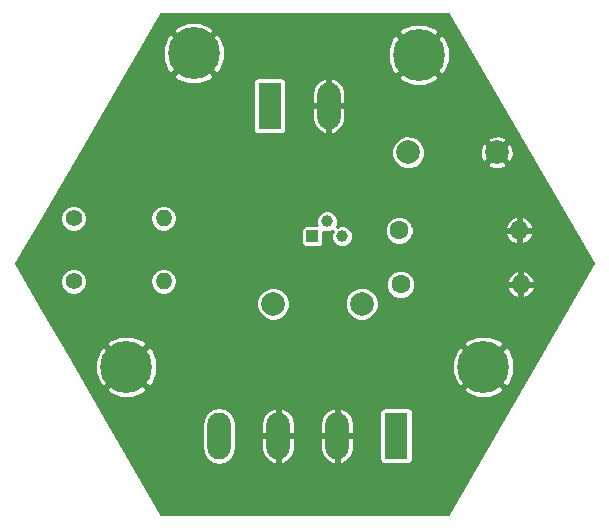
<source format=gbl>
G04 #@! TF.FileFunction,Copper,L2,Bot,Signal*
%FSLAX46Y46*%
G04 Gerber Fmt 4.6, Leading zero omitted, Abs format (unit mm)*
G04 Created by KiCad (PCBNEW 4.0.7) date 05/02/18 12:51:34*
%MOMM*%
%LPD*%
G01*
G04 APERTURE LIST*
%ADD10C,0.100000*%
%ADD11R,1.980000X3.960000*%
%ADD12O,1.980000X3.960000*%
%ADD13C,1.000000*%
%ADD14R,1.000000X1.000000*%
%ADD15C,1.400000*%
%ADD16O,1.400000X1.400000*%
%ADD17C,1.600000*%
%ADD18O,1.600000X1.600000*%
%ADD19C,4.400000*%
%ADD20C,2.000000*%
%ADD21C,0.254000*%
G04 APERTURE END LIST*
D10*
D11*
X113665000Y-154305000D03*
D12*
X108665000Y-154305000D03*
X98665000Y-154305000D03*
X103665000Y-154305000D03*
D13*
X107823000Y-136144000D03*
X109093000Y-137414000D03*
D14*
X106553000Y-137414000D03*
D15*
X86360000Y-141224000D03*
D16*
X93980000Y-141224000D03*
D17*
X114046000Y-141478000D03*
D18*
X124206000Y-141478000D03*
D15*
X86360000Y-135890000D03*
D16*
X93980000Y-135890000D03*
D17*
X113919000Y-136906000D03*
D18*
X124079000Y-136906000D03*
D11*
X102950000Y-126365000D03*
D12*
X107950000Y-126365000D03*
D19*
X121031000Y-148463000D03*
X90805000Y-148463000D03*
X115570000Y-122047000D03*
D20*
X103244000Y-143129000D03*
X110744000Y-143129000D03*
X122181000Y-130302000D03*
X114681000Y-130302000D03*
D19*
X96520000Y-121920000D03*
D21*
G36*
X130356511Y-139700739D02*
X118074571Y-160915000D01*
X93761429Y-160915000D01*
X89334129Y-153267844D01*
X97248000Y-153267844D01*
X97248000Y-155342156D01*
X97355863Y-155884418D01*
X97663030Y-156344126D01*
X98122738Y-156651293D01*
X98665000Y-156759156D01*
X99207262Y-156651293D01*
X99666970Y-156344126D01*
X99974137Y-155884418D01*
X100082000Y-155342156D01*
X100082000Y-154432000D01*
X102248000Y-154432000D01*
X102248000Y-155422000D01*
X102404463Y-155954595D01*
X102752832Y-156386773D01*
X103240070Y-156652738D01*
X103318788Y-156669054D01*
X103538000Y-156599081D01*
X103538000Y-154432000D01*
X103792000Y-154432000D01*
X103792000Y-156599081D01*
X104011212Y-156669054D01*
X104089930Y-156652738D01*
X104577168Y-156386773D01*
X104925537Y-155954595D01*
X105082000Y-155422000D01*
X105082000Y-154432000D01*
X107248000Y-154432000D01*
X107248000Y-155422000D01*
X107404463Y-155954595D01*
X107752832Y-156386773D01*
X108240070Y-156652738D01*
X108318788Y-156669054D01*
X108538000Y-156599081D01*
X108538000Y-154432000D01*
X108792000Y-154432000D01*
X108792000Y-156599081D01*
X109011212Y-156669054D01*
X109089930Y-156652738D01*
X109577168Y-156386773D01*
X109925537Y-155954595D01*
X110082000Y-155422000D01*
X110082000Y-154432000D01*
X108792000Y-154432000D01*
X108538000Y-154432000D01*
X107248000Y-154432000D01*
X105082000Y-154432000D01*
X103792000Y-154432000D01*
X103538000Y-154432000D01*
X102248000Y-154432000D01*
X100082000Y-154432000D01*
X100082000Y-153267844D01*
X100066118Y-153188000D01*
X102248000Y-153188000D01*
X102248000Y-154178000D01*
X103538000Y-154178000D01*
X103538000Y-152010919D01*
X103792000Y-152010919D01*
X103792000Y-154178000D01*
X105082000Y-154178000D01*
X105082000Y-153188000D01*
X107248000Y-153188000D01*
X107248000Y-154178000D01*
X108538000Y-154178000D01*
X108538000Y-152010919D01*
X108792000Y-152010919D01*
X108792000Y-154178000D01*
X110082000Y-154178000D01*
X110082000Y-153188000D01*
X109925537Y-152655405D01*
X109659205Y-152325000D01*
X112239635Y-152325000D01*
X112239635Y-156285000D01*
X112269409Y-156443237D01*
X112362927Y-156588567D01*
X112505619Y-156686064D01*
X112675000Y-156720365D01*
X114655000Y-156720365D01*
X114813237Y-156690591D01*
X114958567Y-156597073D01*
X115056064Y-156454381D01*
X115090365Y-156285000D01*
X115090365Y-152325000D01*
X115060591Y-152166763D01*
X114967073Y-152021433D01*
X114824381Y-151923936D01*
X114655000Y-151889635D01*
X112675000Y-151889635D01*
X112516763Y-151919409D01*
X112371433Y-152012927D01*
X112273936Y-152155619D01*
X112239635Y-152325000D01*
X109659205Y-152325000D01*
X109577168Y-152223227D01*
X109089930Y-151957262D01*
X109011212Y-151940946D01*
X108792000Y-152010919D01*
X108538000Y-152010919D01*
X108318788Y-151940946D01*
X108240070Y-151957262D01*
X107752832Y-152223227D01*
X107404463Y-152655405D01*
X107248000Y-153188000D01*
X105082000Y-153188000D01*
X104925537Y-152655405D01*
X104577168Y-152223227D01*
X104089930Y-151957262D01*
X104011212Y-151940946D01*
X103792000Y-152010919D01*
X103538000Y-152010919D01*
X103318788Y-151940946D01*
X103240070Y-151957262D01*
X102752832Y-152223227D01*
X102404463Y-152655405D01*
X102248000Y-153188000D01*
X100066118Y-153188000D01*
X99974137Y-152725582D01*
X99666970Y-152265874D01*
X99207262Y-151958707D01*
X98665000Y-151850844D01*
X98122738Y-151958707D01*
X97663030Y-152265874D01*
X97355863Y-152725582D01*
X97248000Y-153267844D01*
X89334129Y-153267844D01*
X87655886Y-150369061D01*
X89078544Y-150369061D01*
X89335153Y-150702136D01*
X90303918Y-151094178D01*
X91348969Y-151085646D01*
X92274847Y-150702136D01*
X92531456Y-150369061D01*
X119304544Y-150369061D01*
X119561153Y-150702136D01*
X120529918Y-151094178D01*
X121574969Y-151085646D01*
X122500847Y-150702136D01*
X122757456Y-150369061D01*
X121031000Y-148642605D01*
X119304544Y-150369061D01*
X92531456Y-150369061D01*
X90805000Y-148642605D01*
X89078544Y-150369061D01*
X87655886Y-150369061D01*
X86262277Y-147961918D01*
X88173822Y-147961918D01*
X88182354Y-149006969D01*
X88565864Y-149932847D01*
X88898939Y-150189456D01*
X90625395Y-148463000D01*
X90984605Y-148463000D01*
X92711061Y-150189456D01*
X93044136Y-149932847D01*
X93436178Y-148964082D01*
X93427997Y-147961918D01*
X118399822Y-147961918D01*
X118408354Y-149006969D01*
X118791864Y-149932847D01*
X119124939Y-150189456D01*
X120851395Y-148463000D01*
X121210605Y-148463000D01*
X122937061Y-150189456D01*
X123270136Y-149932847D01*
X123662178Y-148964082D01*
X123653646Y-147919031D01*
X123270136Y-146993153D01*
X122937061Y-146736544D01*
X121210605Y-148463000D01*
X120851395Y-148463000D01*
X119124939Y-146736544D01*
X118791864Y-146993153D01*
X118399822Y-147961918D01*
X93427997Y-147961918D01*
X93427646Y-147919031D01*
X93044136Y-146993153D01*
X92711061Y-146736544D01*
X90984605Y-148463000D01*
X90625395Y-148463000D01*
X88898939Y-146736544D01*
X88565864Y-146993153D01*
X88173822Y-147961918D01*
X86262277Y-147961918D01*
X85448869Y-146556939D01*
X89078544Y-146556939D01*
X90805000Y-148283395D01*
X92531456Y-146556939D01*
X119304544Y-146556939D01*
X121031000Y-148283395D01*
X122757456Y-146556939D01*
X122500847Y-146223864D01*
X121532082Y-145831822D01*
X120487031Y-145840354D01*
X119561153Y-146223864D01*
X119304544Y-146556939D01*
X92531456Y-146556939D01*
X92274847Y-146223864D01*
X91306082Y-145831822D01*
X90261031Y-145840354D01*
X89335153Y-146223864D01*
X89078544Y-146556939D01*
X85448869Y-146556939D01*
X83627885Y-143411603D01*
X101816752Y-143411603D01*
X102033543Y-143936275D01*
X102434614Y-144338047D01*
X102958907Y-144555752D01*
X103526603Y-144556248D01*
X104051275Y-144339457D01*
X104453047Y-143938386D01*
X104670752Y-143414093D01*
X104670754Y-143411603D01*
X109316752Y-143411603D01*
X109533543Y-143936275D01*
X109934614Y-144338047D01*
X110458907Y-144555752D01*
X111026603Y-144556248D01*
X111551275Y-144339457D01*
X111953047Y-143938386D01*
X112170752Y-143414093D01*
X112171248Y-142846397D01*
X111954457Y-142321725D01*
X111553386Y-141919953D01*
X111074241Y-141720995D01*
X112818788Y-141720995D01*
X113005194Y-142172131D01*
X113350053Y-142517593D01*
X113800864Y-142704786D01*
X114288995Y-142705212D01*
X114740131Y-142518806D01*
X115085593Y-142173947D01*
X115243214Y-141794351D01*
X123020482Y-141794351D01*
X123144011Y-142092600D01*
X123460047Y-142452222D01*
X123889648Y-142663528D01*
X124079000Y-142591671D01*
X124079000Y-141605000D01*
X124333000Y-141605000D01*
X124333000Y-142591671D01*
X124522352Y-142663528D01*
X124951953Y-142452222D01*
X125267989Y-142092600D01*
X125391518Y-141794351D01*
X125319028Y-141605000D01*
X124333000Y-141605000D01*
X124079000Y-141605000D01*
X123092972Y-141605000D01*
X123020482Y-141794351D01*
X115243214Y-141794351D01*
X115272786Y-141723136D01*
X115273212Y-141235005D01*
X115242902Y-141161649D01*
X123020482Y-141161649D01*
X123092972Y-141351000D01*
X124079000Y-141351000D01*
X124079000Y-140364329D01*
X124333000Y-140364329D01*
X124333000Y-141351000D01*
X125319028Y-141351000D01*
X125391518Y-141161649D01*
X125267989Y-140863400D01*
X124951953Y-140503778D01*
X124522352Y-140292472D01*
X124333000Y-140364329D01*
X124079000Y-140364329D01*
X123889648Y-140292472D01*
X123460047Y-140503778D01*
X123144011Y-140863400D01*
X123020482Y-141161649D01*
X115242902Y-141161649D01*
X115086806Y-140783869D01*
X114741947Y-140438407D01*
X114291136Y-140251214D01*
X113803005Y-140250788D01*
X113351869Y-140437194D01*
X113006407Y-140782053D01*
X112819214Y-141232864D01*
X112818788Y-141720995D01*
X111074241Y-141720995D01*
X111029093Y-141702248D01*
X110461397Y-141701752D01*
X109936725Y-141918543D01*
X109534953Y-142319614D01*
X109317248Y-142843907D01*
X109316752Y-143411603D01*
X104670754Y-143411603D01*
X104671248Y-142846397D01*
X104454457Y-142321725D01*
X104053386Y-141919953D01*
X103529093Y-141702248D01*
X102961397Y-141701752D01*
X102436725Y-141918543D01*
X102034953Y-142319614D01*
X101817248Y-142843907D01*
X101816752Y-143411603D01*
X83627885Y-143411603D01*
X82490593Y-141447191D01*
X85232805Y-141447191D01*
X85404019Y-141861560D01*
X85720772Y-142178867D01*
X86134842Y-142350804D01*
X86583191Y-142351195D01*
X86997560Y-142179981D01*
X87314867Y-141863228D01*
X87486804Y-141449158D01*
X87487000Y-141224000D01*
X92830921Y-141224000D01*
X92916709Y-141655284D01*
X93161012Y-142020909D01*
X93526637Y-142265212D01*
X93957921Y-142351000D01*
X94002079Y-142351000D01*
X94433363Y-142265212D01*
X94798988Y-142020909D01*
X95043291Y-141655284D01*
X95129079Y-141224000D01*
X95043291Y-140792716D01*
X94798988Y-140427091D01*
X94433363Y-140182788D01*
X94002079Y-140097000D01*
X93957921Y-140097000D01*
X93526637Y-140182788D01*
X93161012Y-140427091D01*
X92916709Y-140792716D01*
X92830921Y-141224000D01*
X87487000Y-141224000D01*
X87487195Y-141000809D01*
X87315981Y-140586440D01*
X86999228Y-140269133D01*
X86585158Y-140097196D01*
X86136809Y-140096805D01*
X85722440Y-140268019D01*
X85405133Y-140584772D01*
X85233196Y-140998842D01*
X85232805Y-141447191D01*
X82490593Y-141447191D01*
X81479489Y-139700739D01*
X83568708Y-136113191D01*
X85232805Y-136113191D01*
X85404019Y-136527560D01*
X85720772Y-136844867D01*
X86134842Y-137016804D01*
X86583191Y-137017195D01*
X86997560Y-136845981D01*
X87314867Y-136529228D01*
X87486804Y-136115158D01*
X87487000Y-135890000D01*
X92830921Y-135890000D01*
X92916709Y-136321284D01*
X93161012Y-136686909D01*
X93526637Y-136931212D01*
X93957921Y-137017000D01*
X94002079Y-137017000D01*
X94433363Y-136931212D01*
X94459122Y-136914000D01*
X105617635Y-136914000D01*
X105617635Y-137914000D01*
X105647409Y-138072237D01*
X105740927Y-138217567D01*
X105883619Y-138315064D01*
X106053000Y-138349365D01*
X107053000Y-138349365D01*
X107211237Y-138319591D01*
X107356567Y-138226073D01*
X107454064Y-138083381D01*
X107488365Y-137914000D01*
X107488365Y-137008788D01*
X107637799Y-137070839D01*
X108006583Y-137071161D01*
X108278225Y-136958921D01*
X108166161Y-137228799D01*
X108165839Y-137597583D01*
X108306669Y-137938417D01*
X108567211Y-138199414D01*
X108907799Y-138340839D01*
X109276583Y-138341161D01*
X109617417Y-138200331D01*
X109878414Y-137939789D01*
X110019839Y-137599201D01*
X110020161Y-137230417D01*
X109986519Y-137148995D01*
X112691788Y-137148995D01*
X112878194Y-137600131D01*
X113223053Y-137945593D01*
X113673864Y-138132786D01*
X114161995Y-138133212D01*
X114613131Y-137946806D01*
X114958593Y-137601947D01*
X115116214Y-137222351D01*
X122893482Y-137222351D01*
X123017011Y-137520600D01*
X123333047Y-137880222D01*
X123762648Y-138091528D01*
X123952000Y-138019671D01*
X123952000Y-137033000D01*
X124206000Y-137033000D01*
X124206000Y-138019671D01*
X124395352Y-138091528D01*
X124824953Y-137880222D01*
X125140989Y-137520600D01*
X125264518Y-137222351D01*
X125192028Y-137033000D01*
X124206000Y-137033000D01*
X123952000Y-137033000D01*
X122965972Y-137033000D01*
X122893482Y-137222351D01*
X115116214Y-137222351D01*
X115145786Y-137151136D01*
X115146212Y-136663005D01*
X115115902Y-136589649D01*
X122893482Y-136589649D01*
X122965972Y-136779000D01*
X123952000Y-136779000D01*
X123952000Y-135792329D01*
X124206000Y-135792329D01*
X124206000Y-136779000D01*
X125192028Y-136779000D01*
X125264518Y-136589649D01*
X125140989Y-136291400D01*
X124824953Y-135931778D01*
X124395352Y-135720472D01*
X124206000Y-135792329D01*
X123952000Y-135792329D01*
X123762648Y-135720472D01*
X123333047Y-135931778D01*
X123017011Y-136291400D01*
X122893482Y-136589649D01*
X115115902Y-136589649D01*
X114959806Y-136211869D01*
X114614947Y-135866407D01*
X114164136Y-135679214D01*
X113676005Y-135678788D01*
X113224869Y-135865194D01*
X112879407Y-136210053D01*
X112692214Y-136660864D01*
X112691788Y-137148995D01*
X109986519Y-137148995D01*
X109879331Y-136889583D01*
X109618789Y-136628586D01*
X109278201Y-136487161D01*
X108909417Y-136486839D01*
X108637775Y-136599079D01*
X108749839Y-136329201D01*
X108750161Y-135960417D01*
X108609331Y-135619583D01*
X108348789Y-135358586D01*
X108008201Y-135217161D01*
X107639417Y-135216839D01*
X107298583Y-135357669D01*
X107037586Y-135618211D01*
X106896161Y-135958799D01*
X106895839Y-136327583D01*
X106958253Y-136478635D01*
X106053000Y-136478635D01*
X105894763Y-136508409D01*
X105749433Y-136601927D01*
X105651936Y-136744619D01*
X105617635Y-136914000D01*
X94459122Y-136914000D01*
X94798988Y-136686909D01*
X95043291Y-136321284D01*
X95129079Y-135890000D01*
X95043291Y-135458716D01*
X94798988Y-135093091D01*
X94433363Y-134848788D01*
X94002079Y-134763000D01*
X93957921Y-134763000D01*
X93526637Y-134848788D01*
X93161012Y-135093091D01*
X92916709Y-135458716D01*
X92830921Y-135890000D01*
X87487000Y-135890000D01*
X87487195Y-135666809D01*
X87315981Y-135252440D01*
X86999228Y-134935133D01*
X86585158Y-134763196D01*
X86136809Y-134762805D01*
X85722440Y-134934019D01*
X85405133Y-135250772D01*
X85233196Y-135664842D01*
X85232805Y-136113191D01*
X83568708Y-136113191D01*
X86788297Y-130584603D01*
X113253752Y-130584603D01*
X113470543Y-131109275D01*
X113871614Y-131511047D01*
X114395907Y-131728752D01*
X114963603Y-131729248D01*
X115488275Y-131512457D01*
X115660141Y-131340890D01*
X121321715Y-131340890D01*
X121431807Y-131549241D01*
X121966134Y-131741005D01*
X122533173Y-131713692D01*
X122930193Y-131549241D01*
X123040285Y-131340890D01*
X122181000Y-130481605D01*
X121321715Y-131340890D01*
X115660141Y-131340890D01*
X115890047Y-131111386D01*
X116107752Y-130587093D01*
X116108188Y-130087134D01*
X120741995Y-130087134D01*
X120769308Y-130654173D01*
X120933759Y-131051193D01*
X121142110Y-131161285D01*
X122001395Y-130302000D01*
X122360605Y-130302000D01*
X123219890Y-131161285D01*
X123428241Y-131051193D01*
X123620005Y-130516866D01*
X123592692Y-129949827D01*
X123428241Y-129552807D01*
X123219890Y-129442715D01*
X122360605Y-130302000D01*
X122001395Y-130302000D01*
X121142110Y-129442715D01*
X120933759Y-129552807D01*
X120741995Y-130087134D01*
X116108188Y-130087134D01*
X116108248Y-130019397D01*
X115891457Y-129494725D01*
X115660247Y-129263110D01*
X121321715Y-129263110D01*
X122181000Y-130122395D01*
X123040285Y-129263110D01*
X122930193Y-129054759D01*
X122395866Y-128862995D01*
X121828827Y-128890308D01*
X121431807Y-129054759D01*
X121321715Y-129263110D01*
X115660247Y-129263110D01*
X115490386Y-129092953D01*
X114966093Y-128875248D01*
X114398397Y-128874752D01*
X113873725Y-129091543D01*
X113471953Y-129492614D01*
X113254248Y-130016907D01*
X113253752Y-130584603D01*
X86788297Y-130584603D01*
X90724154Y-123826061D01*
X94793544Y-123826061D01*
X95050153Y-124159136D01*
X96018918Y-124551178D01*
X97063969Y-124542646D01*
X97444561Y-124385000D01*
X101524635Y-124385000D01*
X101524635Y-128345000D01*
X101554409Y-128503237D01*
X101647927Y-128648567D01*
X101790619Y-128746064D01*
X101960000Y-128780365D01*
X103940000Y-128780365D01*
X104098237Y-128750591D01*
X104243567Y-128657073D01*
X104341064Y-128514381D01*
X104375365Y-128345000D01*
X104375365Y-126492000D01*
X106533000Y-126492000D01*
X106533000Y-127482000D01*
X106689463Y-128014595D01*
X107037832Y-128446773D01*
X107525070Y-128712738D01*
X107603788Y-128729054D01*
X107823000Y-128659081D01*
X107823000Y-126492000D01*
X108077000Y-126492000D01*
X108077000Y-128659081D01*
X108296212Y-128729054D01*
X108374930Y-128712738D01*
X108862168Y-128446773D01*
X109210537Y-128014595D01*
X109367000Y-127482000D01*
X109367000Y-126492000D01*
X108077000Y-126492000D01*
X107823000Y-126492000D01*
X106533000Y-126492000D01*
X104375365Y-126492000D01*
X104375365Y-125248000D01*
X106533000Y-125248000D01*
X106533000Y-126238000D01*
X107823000Y-126238000D01*
X107823000Y-124070919D01*
X108077000Y-124070919D01*
X108077000Y-126238000D01*
X109367000Y-126238000D01*
X109367000Y-125248000D01*
X109210537Y-124715405D01*
X108862168Y-124283227D01*
X108374930Y-124017262D01*
X108296212Y-124000946D01*
X108077000Y-124070919D01*
X107823000Y-124070919D01*
X107603788Y-124000946D01*
X107525070Y-124017262D01*
X107037832Y-124283227D01*
X106689463Y-124715405D01*
X106533000Y-125248000D01*
X104375365Y-125248000D01*
X104375365Y-124385000D01*
X104345591Y-124226763D01*
X104252073Y-124081433D01*
X104109381Y-123983936D01*
X103956918Y-123953061D01*
X113843544Y-123953061D01*
X114100153Y-124286136D01*
X115068918Y-124678178D01*
X116113969Y-124669646D01*
X117039847Y-124286136D01*
X117296456Y-123953061D01*
X115570000Y-122226605D01*
X113843544Y-123953061D01*
X103956918Y-123953061D01*
X103940000Y-123949635D01*
X101960000Y-123949635D01*
X101801763Y-123979409D01*
X101656433Y-124072927D01*
X101558936Y-124215619D01*
X101524635Y-124385000D01*
X97444561Y-124385000D01*
X97989847Y-124159136D01*
X98246456Y-123826061D01*
X96520000Y-122099605D01*
X94793544Y-123826061D01*
X90724154Y-123826061D01*
X92125961Y-121418918D01*
X93888822Y-121418918D01*
X93897354Y-122463969D01*
X94280864Y-123389847D01*
X94613939Y-123646456D01*
X96340395Y-121920000D01*
X96699605Y-121920000D01*
X98426061Y-123646456D01*
X98759136Y-123389847D01*
X99151178Y-122421082D01*
X99144033Y-121545918D01*
X112938822Y-121545918D01*
X112947354Y-122590969D01*
X113330864Y-123516847D01*
X113663939Y-123773456D01*
X115390395Y-122047000D01*
X115749605Y-122047000D01*
X117476061Y-123773456D01*
X117809136Y-123516847D01*
X118201178Y-122548082D01*
X118192646Y-121503031D01*
X117809136Y-120577153D01*
X117476061Y-120320544D01*
X115749605Y-122047000D01*
X115390395Y-122047000D01*
X113663939Y-120320544D01*
X113330864Y-120577153D01*
X112938822Y-121545918D01*
X99144033Y-121545918D01*
X99142646Y-121376031D01*
X98759136Y-120450153D01*
X98426061Y-120193544D01*
X96699605Y-121920000D01*
X96340395Y-121920000D01*
X94613939Y-120193544D01*
X94280864Y-120450153D01*
X93888822Y-121418918D01*
X92125961Y-121418918D01*
X92944154Y-120013939D01*
X94793544Y-120013939D01*
X96520000Y-121740395D01*
X98119456Y-120140939D01*
X113843544Y-120140939D01*
X115570000Y-121867395D01*
X117296456Y-120140939D01*
X117039847Y-119807864D01*
X116071082Y-119415822D01*
X115026031Y-119424354D01*
X114100153Y-119807864D01*
X113843544Y-120140939D01*
X98119456Y-120140939D01*
X98246456Y-120013939D01*
X97989847Y-119680864D01*
X97021082Y-119288822D01*
X95976031Y-119297354D01*
X95050153Y-119680864D01*
X94793544Y-120013939D01*
X92944154Y-120013939D01*
X93760578Y-118612000D01*
X118075422Y-118612000D01*
X130356511Y-139700739D01*
X130356511Y-139700739D01*
G37*
X130356511Y-139700739D02*
X118074571Y-160915000D01*
X93761429Y-160915000D01*
X89334129Y-153267844D01*
X97248000Y-153267844D01*
X97248000Y-155342156D01*
X97355863Y-155884418D01*
X97663030Y-156344126D01*
X98122738Y-156651293D01*
X98665000Y-156759156D01*
X99207262Y-156651293D01*
X99666970Y-156344126D01*
X99974137Y-155884418D01*
X100082000Y-155342156D01*
X100082000Y-154432000D01*
X102248000Y-154432000D01*
X102248000Y-155422000D01*
X102404463Y-155954595D01*
X102752832Y-156386773D01*
X103240070Y-156652738D01*
X103318788Y-156669054D01*
X103538000Y-156599081D01*
X103538000Y-154432000D01*
X103792000Y-154432000D01*
X103792000Y-156599081D01*
X104011212Y-156669054D01*
X104089930Y-156652738D01*
X104577168Y-156386773D01*
X104925537Y-155954595D01*
X105082000Y-155422000D01*
X105082000Y-154432000D01*
X107248000Y-154432000D01*
X107248000Y-155422000D01*
X107404463Y-155954595D01*
X107752832Y-156386773D01*
X108240070Y-156652738D01*
X108318788Y-156669054D01*
X108538000Y-156599081D01*
X108538000Y-154432000D01*
X108792000Y-154432000D01*
X108792000Y-156599081D01*
X109011212Y-156669054D01*
X109089930Y-156652738D01*
X109577168Y-156386773D01*
X109925537Y-155954595D01*
X110082000Y-155422000D01*
X110082000Y-154432000D01*
X108792000Y-154432000D01*
X108538000Y-154432000D01*
X107248000Y-154432000D01*
X105082000Y-154432000D01*
X103792000Y-154432000D01*
X103538000Y-154432000D01*
X102248000Y-154432000D01*
X100082000Y-154432000D01*
X100082000Y-153267844D01*
X100066118Y-153188000D01*
X102248000Y-153188000D01*
X102248000Y-154178000D01*
X103538000Y-154178000D01*
X103538000Y-152010919D01*
X103792000Y-152010919D01*
X103792000Y-154178000D01*
X105082000Y-154178000D01*
X105082000Y-153188000D01*
X107248000Y-153188000D01*
X107248000Y-154178000D01*
X108538000Y-154178000D01*
X108538000Y-152010919D01*
X108792000Y-152010919D01*
X108792000Y-154178000D01*
X110082000Y-154178000D01*
X110082000Y-153188000D01*
X109925537Y-152655405D01*
X109659205Y-152325000D01*
X112239635Y-152325000D01*
X112239635Y-156285000D01*
X112269409Y-156443237D01*
X112362927Y-156588567D01*
X112505619Y-156686064D01*
X112675000Y-156720365D01*
X114655000Y-156720365D01*
X114813237Y-156690591D01*
X114958567Y-156597073D01*
X115056064Y-156454381D01*
X115090365Y-156285000D01*
X115090365Y-152325000D01*
X115060591Y-152166763D01*
X114967073Y-152021433D01*
X114824381Y-151923936D01*
X114655000Y-151889635D01*
X112675000Y-151889635D01*
X112516763Y-151919409D01*
X112371433Y-152012927D01*
X112273936Y-152155619D01*
X112239635Y-152325000D01*
X109659205Y-152325000D01*
X109577168Y-152223227D01*
X109089930Y-151957262D01*
X109011212Y-151940946D01*
X108792000Y-152010919D01*
X108538000Y-152010919D01*
X108318788Y-151940946D01*
X108240070Y-151957262D01*
X107752832Y-152223227D01*
X107404463Y-152655405D01*
X107248000Y-153188000D01*
X105082000Y-153188000D01*
X104925537Y-152655405D01*
X104577168Y-152223227D01*
X104089930Y-151957262D01*
X104011212Y-151940946D01*
X103792000Y-152010919D01*
X103538000Y-152010919D01*
X103318788Y-151940946D01*
X103240070Y-151957262D01*
X102752832Y-152223227D01*
X102404463Y-152655405D01*
X102248000Y-153188000D01*
X100066118Y-153188000D01*
X99974137Y-152725582D01*
X99666970Y-152265874D01*
X99207262Y-151958707D01*
X98665000Y-151850844D01*
X98122738Y-151958707D01*
X97663030Y-152265874D01*
X97355863Y-152725582D01*
X97248000Y-153267844D01*
X89334129Y-153267844D01*
X87655886Y-150369061D01*
X89078544Y-150369061D01*
X89335153Y-150702136D01*
X90303918Y-151094178D01*
X91348969Y-151085646D01*
X92274847Y-150702136D01*
X92531456Y-150369061D01*
X119304544Y-150369061D01*
X119561153Y-150702136D01*
X120529918Y-151094178D01*
X121574969Y-151085646D01*
X122500847Y-150702136D01*
X122757456Y-150369061D01*
X121031000Y-148642605D01*
X119304544Y-150369061D01*
X92531456Y-150369061D01*
X90805000Y-148642605D01*
X89078544Y-150369061D01*
X87655886Y-150369061D01*
X86262277Y-147961918D01*
X88173822Y-147961918D01*
X88182354Y-149006969D01*
X88565864Y-149932847D01*
X88898939Y-150189456D01*
X90625395Y-148463000D01*
X90984605Y-148463000D01*
X92711061Y-150189456D01*
X93044136Y-149932847D01*
X93436178Y-148964082D01*
X93427997Y-147961918D01*
X118399822Y-147961918D01*
X118408354Y-149006969D01*
X118791864Y-149932847D01*
X119124939Y-150189456D01*
X120851395Y-148463000D01*
X121210605Y-148463000D01*
X122937061Y-150189456D01*
X123270136Y-149932847D01*
X123662178Y-148964082D01*
X123653646Y-147919031D01*
X123270136Y-146993153D01*
X122937061Y-146736544D01*
X121210605Y-148463000D01*
X120851395Y-148463000D01*
X119124939Y-146736544D01*
X118791864Y-146993153D01*
X118399822Y-147961918D01*
X93427997Y-147961918D01*
X93427646Y-147919031D01*
X93044136Y-146993153D01*
X92711061Y-146736544D01*
X90984605Y-148463000D01*
X90625395Y-148463000D01*
X88898939Y-146736544D01*
X88565864Y-146993153D01*
X88173822Y-147961918D01*
X86262277Y-147961918D01*
X85448869Y-146556939D01*
X89078544Y-146556939D01*
X90805000Y-148283395D01*
X92531456Y-146556939D01*
X119304544Y-146556939D01*
X121031000Y-148283395D01*
X122757456Y-146556939D01*
X122500847Y-146223864D01*
X121532082Y-145831822D01*
X120487031Y-145840354D01*
X119561153Y-146223864D01*
X119304544Y-146556939D01*
X92531456Y-146556939D01*
X92274847Y-146223864D01*
X91306082Y-145831822D01*
X90261031Y-145840354D01*
X89335153Y-146223864D01*
X89078544Y-146556939D01*
X85448869Y-146556939D01*
X83627885Y-143411603D01*
X101816752Y-143411603D01*
X102033543Y-143936275D01*
X102434614Y-144338047D01*
X102958907Y-144555752D01*
X103526603Y-144556248D01*
X104051275Y-144339457D01*
X104453047Y-143938386D01*
X104670752Y-143414093D01*
X104670754Y-143411603D01*
X109316752Y-143411603D01*
X109533543Y-143936275D01*
X109934614Y-144338047D01*
X110458907Y-144555752D01*
X111026603Y-144556248D01*
X111551275Y-144339457D01*
X111953047Y-143938386D01*
X112170752Y-143414093D01*
X112171248Y-142846397D01*
X111954457Y-142321725D01*
X111553386Y-141919953D01*
X111074241Y-141720995D01*
X112818788Y-141720995D01*
X113005194Y-142172131D01*
X113350053Y-142517593D01*
X113800864Y-142704786D01*
X114288995Y-142705212D01*
X114740131Y-142518806D01*
X115085593Y-142173947D01*
X115243214Y-141794351D01*
X123020482Y-141794351D01*
X123144011Y-142092600D01*
X123460047Y-142452222D01*
X123889648Y-142663528D01*
X124079000Y-142591671D01*
X124079000Y-141605000D01*
X124333000Y-141605000D01*
X124333000Y-142591671D01*
X124522352Y-142663528D01*
X124951953Y-142452222D01*
X125267989Y-142092600D01*
X125391518Y-141794351D01*
X125319028Y-141605000D01*
X124333000Y-141605000D01*
X124079000Y-141605000D01*
X123092972Y-141605000D01*
X123020482Y-141794351D01*
X115243214Y-141794351D01*
X115272786Y-141723136D01*
X115273212Y-141235005D01*
X115242902Y-141161649D01*
X123020482Y-141161649D01*
X123092972Y-141351000D01*
X124079000Y-141351000D01*
X124079000Y-140364329D01*
X124333000Y-140364329D01*
X124333000Y-141351000D01*
X125319028Y-141351000D01*
X125391518Y-141161649D01*
X125267989Y-140863400D01*
X124951953Y-140503778D01*
X124522352Y-140292472D01*
X124333000Y-140364329D01*
X124079000Y-140364329D01*
X123889648Y-140292472D01*
X123460047Y-140503778D01*
X123144011Y-140863400D01*
X123020482Y-141161649D01*
X115242902Y-141161649D01*
X115086806Y-140783869D01*
X114741947Y-140438407D01*
X114291136Y-140251214D01*
X113803005Y-140250788D01*
X113351869Y-140437194D01*
X113006407Y-140782053D01*
X112819214Y-141232864D01*
X112818788Y-141720995D01*
X111074241Y-141720995D01*
X111029093Y-141702248D01*
X110461397Y-141701752D01*
X109936725Y-141918543D01*
X109534953Y-142319614D01*
X109317248Y-142843907D01*
X109316752Y-143411603D01*
X104670754Y-143411603D01*
X104671248Y-142846397D01*
X104454457Y-142321725D01*
X104053386Y-141919953D01*
X103529093Y-141702248D01*
X102961397Y-141701752D01*
X102436725Y-141918543D01*
X102034953Y-142319614D01*
X101817248Y-142843907D01*
X101816752Y-143411603D01*
X83627885Y-143411603D01*
X82490593Y-141447191D01*
X85232805Y-141447191D01*
X85404019Y-141861560D01*
X85720772Y-142178867D01*
X86134842Y-142350804D01*
X86583191Y-142351195D01*
X86997560Y-142179981D01*
X87314867Y-141863228D01*
X87486804Y-141449158D01*
X87487000Y-141224000D01*
X92830921Y-141224000D01*
X92916709Y-141655284D01*
X93161012Y-142020909D01*
X93526637Y-142265212D01*
X93957921Y-142351000D01*
X94002079Y-142351000D01*
X94433363Y-142265212D01*
X94798988Y-142020909D01*
X95043291Y-141655284D01*
X95129079Y-141224000D01*
X95043291Y-140792716D01*
X94798988Y-140427091D01*
X94433363Y-140182788D01*
X94002079Y-140097000D01*
X93957921Y-140097000D01*
X93526637Y-140182788D01*
X93161012Y-140427091D01*
X92916709Y-140792716D01*
X92830921Y-141224000D01*
X87487000Y-141224000D01*
X87487195Y-141000809D01*
X87315981Y-140586440D01*
X86999228Y-140269133D01*
X86585158Y-140097196D01*
X86136809Y-140096805D01*
X85722440Y-140268019D01*
X85405133Y-140584772D01*
X85233196Y-140998842D01*
X85232805Y-141447191D01*
X82490593Y-141447191D01*
X81479489Y-139700739D01*
X83568708Y-136113191D01*
X85232805Y-136113191D01*
X85404019Y-136527560D01*
X85720772Y-136844867D01*
X86134842Y-137016804D01*
X86583191Y-137017195D01*
X86997560Y-136845981D01*
X87314867Y-136529228D01*
X87486804Y-136115158D01*
X87487000Y-135890000D01*
X92830921Y-135890000D01*
X92916709Y-136321284D01*
X93161012Y-136686909D01*
X93526637Y-136931212D01*
X93957921Y-137017000D01*
X94002079Y-137017000D01*
X94433363Y-136931212D01*
X94459122Y-136914000D01*
X105617635Y-136914000D01*
X105617635Y-137914000D01*
X105647409Y-138072237D01*
X105740927Y-138217567D01*
X105883619Y-138315064D01*
X106053000Y-138349365D01*
X107053000Y-138349365D01*
X107211237Y-138319591D01*
X107356567Y-138226073D01*
X107454064Y-138083381D01*
X107488365Y-137914000D01*
X107488365Y-137008788D01*
X107637799Y-137070839D01*
X108006583Y-137071161D01*
X108278225Y-136958921D01*
X108166161Y-137228799D01*
X108165839Y-137597583D01*
X108306669Y-137938417D01*
X108567211Y-138199414D01*
X108907799Y-138340839D01*
X109276583Y-138341161D01*
X109617417Y-138200331D01*
X109878414Y-137939789D01*
X110019839Y-137599201D01*
X110020161Y-137230417D01*
X109986519Y-137148995D01*
X112691788Y-137148995D01*
X112878194Y-137600131D01*
X113223053Y-137945593D01*
X113673864Y-138132786D01*
X114161995Y-138133212D01*
X114613131Y-137946806D01*
X114958593Y-137601947D01*
X115116214Y-137222351D01*
X122893482Y-137222351D01*
X123017011Y-137520600D01*
X123333047Y-137880222D01*
X123762648Y-138091528D01*
X123952000Y-138019671D01*
X123952000Y-137033000D01*
X124206000Y-137033000D01*
X124206000Y-138019671D01*
X124395352Y-138091528D01*
X124824953Y-137880222D01*
X125140989Y-137520600D01*
X125264518Y-137222351D01*
X125192028Y-137033000D01*
X124206000Y-137033000D01*
X123952000Y-137033000D01*
X122965972Y-137033000D01*
X122893482Y-137222351D01*
X115116214Y-137222351D01*
X115145786Y-137151136D01*
X115146212Y-136663005D01*
X115115902Y-136589649D01*
X122893482Y-136589649D01*
X122965972Y-136779000D01*
X123952000Y-136779000D01*
X123952000Y-135792329D01*
X124206000Y-135792329D01*
X124206000Y-136779000D01*
X125192028Y-136779000D01*
X125264518Y-136589649D01*
X125140989Y-136291400D01*
X124824953Y-135931778D01*
X124395352Y-135720472D01*
X124206000Y-135792329D01*
X123952000Y-135792329D01*
X123762648Y-135720472D01*
X123333047Y-135931778D01*
X123017011Y-136291400D01*
X122893482Y-136589649D01*
X115115902Y-136589649D01*
X114959806Y-136211869D01*
X114614947Y-135866407D01*
X114164136Y-135679214D01*
X113676005Y-135678788D01*
X113224869Y-135865194D01*
X112879407Y-136210053D01*
X112692214Y-136660864D01*
X112691788Y-137148995D01*
X109986519Y-137148995D01*
X109879331Y-136889583D01*
X109618789Y-136628586D01*
X109278201Y-136487161D01*
X108909417Y-136486839D01*
X108637775Y-136599079D01*
X108749839Y-136329201D01*
X108750161Y-135960417D01*
X108609331Y-135619583D01*
X108348789Y-135358586D01*
X108008201Y-135217161D01*
X107639417Y-135216839D01*
X107298583Y-135357669D01*
X107037586Y-135618211D01*
X106896161Y-135958799D01*
X106895839Y-136327583D01*
X106958253Y-136478635D01*
X106053000Y-136478635D01*
X105894763Y-136508409D01*
X105749433Y-136601927D01*
X105651936Y-136744619D01*
X105617635Y-136914000D01*
X94459122Y-136914000D01*
X94798988Y-136686909D01*
X95043291Y-136321284D01*
X95129079Y-135890000D01*
X95043291Y-135458716D01*
X94798988Y-135093091D01*
X94433363Y-134848788D01*
X94002079Y-134763000D01*
X93957921Y-134763000D01*
X93526637Y-134848788D01*
X93161012Y-135093091D01*
X92916709Y-135458716D01*
X92830921Y-135890000D01*
X87487000Y-135890000D01*
X87487195Y-135666809D01*
X87315981Y-135252440D01*
X86999228Y-134935133D01*
X86585158Y-134763196D01*
X86136809Y-134762805D01*
X85722440Y-134934019D01*
X85405133Y-135250772D01*
X85233196Y-135664842D01*
X85232805Y-136113191D01*
X83568708Y-136113191D01*
X86788297Y-130584603D01*
X113253752Y-130584603D01*
X113470543Y-131109275D01*
X113871614Y-131511047D01*
X114395907Y-131728752D01*
X114963603Y-131729248D01*
X115488275Y-131512457D01*
X115660141Y-131340890D01*
X121321715Y-131340890D01*
X121431807Y-131549241D01*
X121966134Y-131741005D01*
X122533173Y-131713692D01*
X122930193Y-131549241D01*
X123040285Y-131340890D01*
X122181000Y-130481605D01*
X121321715Y-131340890D01*
X115660141Y-131340890D01*
X115890047Y-131111386D01*
X116107752Y-130587093D01*
X116108188Y-130087134D01*
X120741995Y-130087134D01*
X120769308Y-130654173D01*
X120933759Y-131051193D01*
X121142110Y-131161285D01*
X122001395Y-130302000D01*
X122360605Y-130302000D01*
X123219890Y-131161285D01*
X123428241Y-131051193D01*
X123620005Y-130516866D01*
X123592692Y-129949827D01*
X123428241Y-129552807D01*
X123219890Y-129442715D01*
X122360605Y-130302000D01*
X122001395Y-130302000D01*
X121142110Y-129442715D01*
X120933759Y-129552807D01*
X120741995Y-130087134D01*
X116108188Y-130087134D01*
X116108248Y-130019397D01*
X115891457Y-129494725D01*
X115660247Y-129263110D01*
X121321715Y-129263110D01*
X122181000Y-130122395D01*
X123040285Y-129263110D01*
X122930193Y-129054759D01*
X122395866Y-128862995D01*
X121828827Y-128890308D01*
X121431807Y-129054759D01*
X121321715Y-129263110D01*
X115660247Y-129263110D01*
X115490386Y-129092953D01*
X114966093Y-128875248D01*
X114398397Y-128874752D01*
X113873725Y-129091543D01*
X113471953Y-129492614D01*
X113254248Y-130016907D01*
X113253752Y-130584603D01*
X86788297Y-130584603D01*
X90724154Y-123826061D01*
X94793544Y-123826061D01*
X95050153Y-124159136D01*
X96018918Y-124551178D01*
X97063969Y-124542646D01*
X97444561Y-124385000D01*
X101524635Y-124385000D01*
X101524635Y-128345000D01*
X101554409Y-128503237D01*
X101647927Y-128648567D01*
X101790619Y-128746064D01*
X101960000Y-128780365D01*
X103940000Y-128780365D01*
X104098237Y-128750591D01*
X104243567Y-128657073D01*
X104341064Y-128514381D01*
X104375365Y-128345000D01*
X104375365Y-126492000D01*
X106533000Y-126492000D01*
X106533000Y-127482000D01*
X106689463Y-128014595D01*
X107037832Y-128446773D01*
X107525070Y-128712738D01*
X107603788Y-128729054D01*
X107823000Y-128659081D01*
X107823000Y-126492000D01*
X108077000Y-126492000D01*
X108077000Y-128659081D01*
X108296212Y-128729054D01*
X108374930Y-128712738D01*
X108862168Y-128446773D01*
X109210537Y-128014595D01*
X109367000Y-127482000D01*
X109367000Y-126492000D01*
X108077000Y-126492000D01*
X107823000Y-126492000D01*
X106533000Y-126492000D01*
X104375365Y-126492000D01*
X104375365Y-125248000D01*
X106533000Y-125248000D01*
X106533000Y-126238000D01*
X107823000Y-126238000D01*
X107823000Y-124070919D01*
X108077000Y-124070919D01*
X108077000Y-126238000D01*
X109367000Y-126238000D01*
X109367000Y-125248000D01*
X109210537Y-124715405D01*
X108862168Y-124283227D01*
X108374930Y-124017262D01*
X108296212Y-124000946D01*
X108077000Y-124070919D01*
X107823000Y-124070919D01*
X107603788Y-124000946D01*
X107525070Y-124017262D01*
X107037832Y-124283227D01*
X106689463Y-124715405D01*
X106533000Y-125248000D01*
X104375365Y-125248000D01*
X104375365Y-124385000D01*
X104345591Y-124226763D01*
X104252073Y-124081433D01*
X104109381Y-123983936D01*
X103956918Y-123953061D01*
X113843544Y-123953061D01*
X114100153Y-124286136D01*
X115068918Y-124678178D01*
X116113969Y-124669646D01*
X117039847Y-124286136D01*
X117296456Y-123953061D01*
X115570000Y-122226605D01*
X113843544Y-123953061D01*
X103956918Y-123953061D01*
X103940000Y-123949635D01*
X101960000Y-123949635D01*
X101801763Y-123979409D01*
X101656433Y-124072927D01*
X101558936Y-124215619D01*
X101524635Y-124385000D01*
X97444561Y-124385000D01*
X97989847Y-124159136D01*
X98246456Y-123826061D01*
X96520000Y-122099605D01*
X94793544Y-123826061D01*
X90724154Y-123826061D01*
X92125961Y-121418918D01*
X93888822Y-121418918D01*
X93897354Y-122463969D01*
X94280864Y-123389847D01*
X94613939Y-123646456D01*
X96340395Y-121920000D01*
X96699605Y-121920000D01*
X98426061Y-123646456D01*
X98759136Y-123389847D01*
X99151178Y-122421082D01*
X99144033Y-121545918D01*
X112938822Y-121545918D01*
X112947354Y-122590969D01*
X113330864Y-123516847D01*
X113663939Y-123773456D01*
X115390395Y-122047000D01*
X115749605Y-122047000D01*
X117476061Y-123773456D01*
X117809136Y-123516847D01*
X118201178Y-122548082D01*
X118192646Y-121503031D01*
X117809136Y-120577153D01*
X117476061Y-120320544D01*
X115749605Y-122047000D01*
X115390395Y-122047000D01*
X113663939Y-120320544D01*
X113330864Y-120577153D01*
X112938822Y-121545918D01*
X99144033Y-121545918D01*
X99142646Y-121376031D01*
X98759136Y-120450153D01*
X98426061Y-120193544D01*
X96699605Y-121920000D01*
X96340395Y-121920000D01*
X94613939Y-120193544D01*
X94280864Y-120450153D01*
X93888822Y-121418918D01*
X92125961Y-121418918D01*
X92944154Y-120013939D01*
X94793544Y-120013939D01*
X96520000Y-121740395D01*
X98119456Y-120140939D01*
X113843544Y-120140939D01*
X115570000Y-121867395D01*
X117296456Y-120140939D01*
X117039847Y-119807864D01*
X116071082Y-119415822D01*
X115026031Y-119424354D01*
X114100153Y-119807864D01*
X113843544Y-120140939D01*
X98119456Y-120140939D01*
X98246456Y-120013939D01*
X97989847Y-119680864D01*
X97021082Y-119288822D01*
X95976031Y-119297354D01*
X95050153Y-119680864D01*
X94793544Y-120013939D01*
X92944154Y-120013939D01*
X93760578Y-118612000D01*
X118075422Y-118612000D01*
X130356511Y-139700739D01*
M02*

</source>
